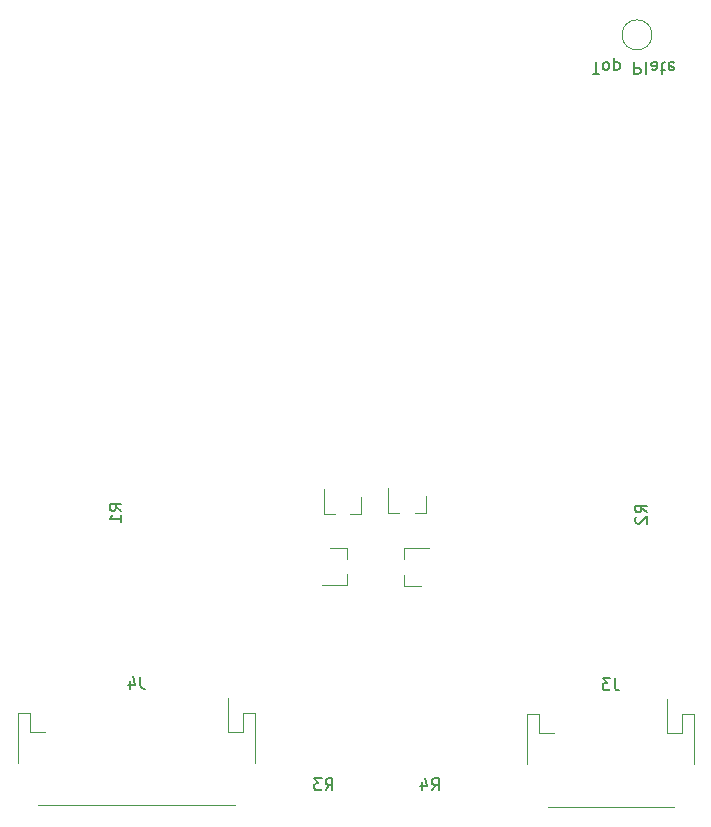
<source format=gbr>
G04 #@! TF.GenerationSoftware,KiCad,Pcbnew,5.1.5+dfsg1-2build2*
G04 #@! TF.CreationDate,2020-09-29T14:15:32-07:00*
G04 #@! TF.ProjectId,PD_ElectrodeBoard_v4,50445f45-6c65-4637-9472-6f6465426f61,4.1*
G04 #@! TF.SameCoordinates,Original*
G04 #@! TF.FileFunction,Legend,Bot*
G04 #@! TF.FilePolarity,Positive*
%FSLAX46Y46*%
G04 Gerber Fmt 4.6, Leading zero omitted, Abs format (unit mm)*
G04 Created by KiCad (PCBNEW 5.1.5+dfsg1-2build2) date 2020-09-29 14:15:32*
%MOMM*%
%LPD*%
G04 APERTURE LIST*
%ADD10C,0.150000*%
%ADD11C,0.120000*%
G04 APERTURE END LIST*
D10*
X218000000Y-61297619D02*
X218571428Y-61297619D01*
X218285714Y-60297619D02*
X218285714Y-61297619D01*
X219047619Y-60297619D02*
X218952380Y-60345238D01*
X218904761Y-60392857D01*
X218857142Y-60488095D01*
X218857142Y-60773809D01*
X218904761Y-60869047D01*
X218952380Y-60916666D01*
X219047619Y-60964285D01*
X219190476Y-60964285D01*
X219285714Y-60916666D01*
X219333333Y-60869047D01*
X219380952Y-60773809D01*
X219380952Y-60488095D01*
X219333333Y-60392857D01*
X219285714Y-60345238D01*
X219190476Y-60297619D01*
X219047619Y-60297619D01*
X219809523Y-60964285D02*
X219809523Y-59964285D01*
X219809523Y-60916666D02*
X219904761Y-60964285D01*
X220095238Y-60964285D01*
X220190476Y-60916666D01*
X220238095Y-60869047D01*
X220285714Y-60773809D01*
X220285714Y-60488095D01*
X220238095Y-60392857D01*
X220190476Y-60345238D01*
X220095238Y-60297619D01*
X219904761Y-60297619D01*
X219809523Y-60345238D01*
X221476190Y-60297619D02*
X221476190Y-61297619D01*
X221857142Y-61297619D01*
X221952380Y-61250000D01*
X222000000Y-61202380D01*
X222047619Y-61107142D01*
X222047619Y-60964285D01*
X222000000Y-60869047D01*
X221952380Y-60821428D01*
X221857142Y-60773809D01*
X221476190Y-60773809D01*
X222619047Y-60297619D02*
X222523809Y-60345238D01*
X222476190Y-60440476D01*
X222476190Y-61297619D01*
X223428571Y-60297619D02*
X223428571Y-60821428D01*
X223380952Y-60916666D01*
X223285714Y-60964285D01*
X223095238Y-60964285D01*
X223000000Y-60916666D01*
X223428571Y-60345238D02*
X223333333Y-60297619D01*
X223095238Y-60297619D01*
X223000000Y-60345238D01*
X222952380Y-60440476D01*
X222952380Y-60535714D01*
X223000000Y-60630952D01*
X223095238Y-60678571D01*
X223333333Y-60678571D01*
X223428571Y-60726190D01*
X223761904Y-60964285D02*
X224142857Y-60964285D01*
X223904761Y-61297619D02*
X223904761Y-60440476D01*
X223952380Y-60345238D01*
X224047619Y-60297619D01*
X224142857Y-60297619D01*
X224857142Y-60345238D02*
X224761904Y-60297619D01*
X224571428Y-60297619D01*
X224476190Y-60345238D01*
X224428571Y-60440476D01*
X224428571Y-60821428D01*
X224476190Y-60916666D01*
X224571428Y-60964285D01*
X224761904Y-60964285D01*
X224857142Y-60916666D01*
X224904761Y-60821428D01*
X224904761Y-60726190D01*
X224428571Y-60630952D01*
D11*
X223020000Y-58000000D02*
G75*
G03X223020000Y-58000000I-1270000J0D01*
G01*
X187710000Y-123230000D02*
X171030000Y-123230000D01*
X170330000Y-117010000D02*
X171610000Y-117010000D01*
X170330000Y-115410000D02*
X170330000Y-117010000D01*
X169310000Y-115410000D02*
X170330000Y-115410000D01*
X169310000Y-119660000D02*
X169310000Y-115410000D01*
X187130000Y-117010000D02*
X187130000Y-114120000D01*
X188410000Y-117010000D02*
X187130000Y-117010000D01*
X188410000Y-115410000D02*
X188410000Y-117010000D01*
X189430000Y-115410000D02*
X188410000Y-115410000D01*
X189430000Y-119660000D02*
X189430000Y-115410000D01*
X224850000Y-123340000D02*
X214170000Y-123340000D01*
X213470000Y-117120000D02*
X214750000Y-117120000D01*
X213470000Y-115520000D02*
X213470000Y-117120000D01*
X212450000Y-115520000D02*
X213470000Y-115520000D01*
X212450000Y-119770000D02*
X212450000Y-115520000D01*
X224270000Y-117120000D02*
X224270000Y-114230000D01*
X225550000Y-117120000D02*
X224270000Y-117120000D01*
X225550000Y-115520000D02*
X225550000Y-117120000D01*
X226570000Y-115520000D02*
X225550000Y-115520000D01*
X226570000Y-119770000D02*
X226570000Y-115520000D01*
X201990000Y-104630000D02*
X203450000Y-104630000D01*
X201990000Y-101470000D02*
X204150000Y-101470000D01*
X201990000Y-101470000D02*
X201990000Y-102400000D01*
X201990000Y-104630000D02*
X201990000Y-103700000D01*
X197235000Y-101445000D02*
X195775000Y-101445000D01*
X197235000Y-104605000D02*
X195075000Y-104605000D01*
X197235000Y-104605000D02*
X197235000Y-103675000D01*
X197235000Y-101445000D02*
X197235000Y-102375000D01*
X203860000Y-98510000D02*
X203860000Y-97050000D01*
X200700000Y-98510000D02*
X200700000Y-96350000D01*
X200700000Y-98510000D02*
X201630000Y-98510000D01*
X203860000Y-98510000D02*
X202930000Y-98510000D01*
X198410000Y-98570000D02*
X198410000Y-97110000D01*
X195250000Y-98570000D02*
X195250000Y-96410000D01*
X195250000Y-98570000D02*
X196180000Y-98570000D01*
X198410000Y-98570000D02*
X197480000Y-98570000D01*
D10*
X179703333Y-112372380D02*
X179703333Y-113086666D01*
X179750952Y-113229523D01*
X179846190Y-113324761D01*
X179989047Y-113372380D01*
X180084285Y-113372380D01*
X178798571Y-112705714D02*
X178798571Y-113372380D01*
X179036666Y-112324761D02*
X179274761Y-113039047D01*
X178655714Y-113039047D01*
X219843333Y-112482380D02*
X219843333Y-113196666D01*
X219890952Y-113339523D01*
X219986190Y-113434761D01*
X220129047Y-113482380D01*
X220224285Y-113482380D01*
X219462380Y-112482380D02*
X218843333Y-112482380D01*
X219176666Y-112863333D01*
X219033809Y-112863333D01*
X218938571Y-112910952D01*
X218890952Y-112958571D01*
X218843333Y-113053809D01*
X218843333Y-113291904D01*
X218890952Y-113387142D01*
X218938571Y-113434761D01*
X219033809Y-113482380D01*
X219319523Y-113482380D01*
X219414761Y-113434761D01*
X219462380Y-113387142D01*
X222602380Y-98433333D02*
X222126190Y-98100000D01*
X222602380Y-97861904D02*
X221602380Y-97861904D01*
X221602380Y-98242857D01*
X221650000Y-98338095D01*
X221697619Y-98385714D01*
X221792857Y-98433333D01*
X221935714Y-98433333D01*
X222030952Y-98385714D01*
X222078571Y-98338095D01*
X222126190Y-98242857D01*
X222126190Y-97861904D01*
X221697619Y-98814285D02*
X221650000Y-98861904D01*
X221602380Y-98957142D01*
X221602380Y-99195238D01*
X221650000Y-99290476D01*
X221697619Y-99338095D01*
X221792857Y-99385714D01*
X221888095Y-99385714D01*
X222030952Y-99338095D01*
X222602380Y-98766666D01*
X222602380Y-99385714D01*
X195376666Y-121962380D02*
X195710000Y-121486190D01*
X195948095Y-121962380D02*
X195948095Y-120962380D01*
X195567142Y-120962380D01*
X195471904Y-121010000D01*
X195424285Y-121057619D01*
X195376666Y-121152857D01*
X195376666Y-121295714D01*
X195424285Y-121390952D01*
X195471904Y-121438571D01*
X195567142Y-121486190D01*
X195948095Y-121486190D01*
X195043333Y-120962380D02*
X194424285Y-120962380D01*
X194757619Y-121343333D01*
X194614761Y-121343333D01*
X194519523Y-121390952D01*
X194471904Y-121438571D01*
X194424285Y-121533809D01*
X194424285Y-121771904D01*
X194471904Y-121867142D01*
X194519523Y-121914761D01*
X194614761Y-121962380D01*
X194900476Y-121962380D01*
X194995714Y-121914761D01*
X195043333Y-121867142D01*
X204376666Y-121962380D02*
X204710000Y-121486190D01*
X204948095Y-121962380D02*
X204948095Y-120962380D01*
X204567142Y-120962380D01*
X204471904Y-121010000D01*
X204424285Y-121057619D01*
X204376666Y-121152857D01*
X204376666Y-121295714D01*
X204424285Y-121390952D01*
X204471904Y-121438571D01*
X204567142Y-121486190D01*
X204948095Y-121486190D01*
X203519523Y-121295714D02*
X203519523Y-121962380D01*
X203757619Y-120914761D02*
X203995714Y-121629047D01*
X203376666Y-121629047D01*
X178092380Y-98283333D02*
X177616190Y-97950000D01*
X178092380Y-97711904D02*
X177092380Y-97711904D01*
X177092380Y-98092857D01*
X177140000Y-98188095D01*
X177187619Y-98235714D01*
X177282857Y-98283333D01*
X177425714Y-98283333D01*
X177520952Y-98235714D01*
X177568571Y-98188095D01*
X177616190Y-98092857D01*
X177616190Y-97711904D01*
X178092380Y-99235714D02*
X178092380Y-98664285D01*
X178092380Y-98950000D02*
X177092380Y-98950000D01*
X177235238Y-98854761D01*
X177330476Y-98759523D01*
X177378095Y-98664285D01*
M02*

</source>
